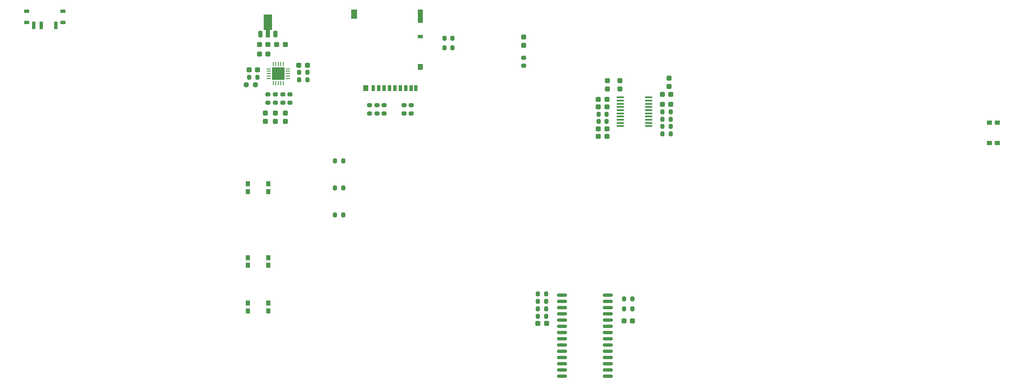
<source format=gbr>
%TF.GenerationSoftware,KiCad,Pcbnew,9.0.0*%
%TF.CreationDate,2026-01-06T01:29:00-05:00*%
%TF.ProjectId,NanoFreak,4e616e6f-4672-4656-916b-2e6b69636164,rev?*%
%TF.SameCoordinates,Original*%
%TF.FileFunction,Paste,Top*%
%TF.FilePolarity,Positive*%
%FSLAX46Y46*%
G04 Gerber Fmt 4.6, Leading zero omitted, Abs format (unit mm)*
G04 Created by KiCad (PCBNEW 9.0.0) date 2026-01-06 01:29:00*
%MOMM*%
%LPD*%
G01*
G04 APERTURE LIST*
G04 Aperture macros list*
%AMRoundRect*
0 Rectangle with rounded corners*
0 $1 Rounding radius*
0 $2 $3 $4 $5 $6 $7 $8 $9 X,Y pos of 4 corners*
0 Add a 4 corners polygon primitive as box body*
4,1,4,$2,$3,$4,$5,$6,$7,$8,$9,$2,$3,0*
0 Add four circle primitives for the rounded corners*
1,1,$1+$1,$2,$3*
1,1,$1+$1,$4,$5*
1,1,$1+$1,$6,$7*
1,1,$1+$1,$8,$9*
0 Add four rect primitives between the rounded corners*
20,1,$1+$1,$2,$3,$4,$5,0*
20,1,$1+$1,$4,$5,$6,$7,0*
20,1,$1+$1,$6,$7,$8,$9,0*
20,1,$1+$1,$8,$9,$2,$3,0*%
%AMFreePoly0*
4,1,9,3.862500,-0.866500,0.737500,-0.866500,0.737500,-0.450000,-0.737500,-0.450000,-0.737500,0.450000,0.737500,0.450000,0.737500,0.866500,3.862500,0.866500,3.862500,-0.866500,3.862500,-0.866500,$1*%
G04 Aperture macros list end*
%ADD10RoundRect,0.200000X0.200000X0.275000X-0.200000X0.275000X-0.200000X-0.275000X0.200000X-0.275000X0*%
%ADD11RoundRect,0.200000X0.275000X-0.200000X0.275000X0.200000X-0.275000X0.200000X-0.275000X-0.200000X0*%
%ADD12RoundRect,0.200000X-0.200000X-0.275000X0.200000X-0.275000X0.200000X0.275000X-0.200000X0.275000X0*%
%ADD13RoundRect,0.150000X0.875000X0.150000X-0.875000X0.150000X-0.875000X-0.150000X0.875000X-0.150000X0*%
%ADD14RoundRect,0.100000X-0.637500X-0.100000X0.637500X-0.100000X0.637500X0.100000X-0.637500X0.100000X0*%
%ADD15RoundRect,0.237500X-0.237500X0.300000X-0.237500X-0.300000X0.237500X-0.300000X0.237500X0.300000X0*%
%ADD16RoundRect,0.237500X0.300000X0.237500X-0.300000X0.237500X-0.300000X-0.237500X0.300000X-0.237500X0*%
%ADD17RoundRect,0.237500X0.237500X-0.287500X0.237500X0.287500X-0.237500X0.287500X-0.237500X-0.287500X0*%
%ADD18RoundRect,0.237500X-0.237500X0.287500X-0.237500X-0.287500X0.237500X-0.287500X0.237500X0.287500X0*%
%ADD19R,0.900000X1.000000*%
%ADD20RoundRect,0.200000X-0.275000X0.200000X-0.275000X-0.200000X0.275000X-0.200000X0.275000X0.200000X0*%
%ADD21RoundRect,0.225000X0.225000X-0.425000X0.225000X0.425000X-0.225000X0.425000X-0.225000X-0.425000X0*%
%ADD22FreePoly0,90.000000*%
%ADD23RoundRect,0.237500X-0.300000X-0.237500X0.300000X-0.237500X0.300000X0.237500X-0.300000X0.237500X0*%
%ADD24R,0.700000X1.200000*%
%ADD25R,1.000000X0.800000*%
%ADD26R,1.000000X1.200000*%
%ADD27R,1.000000X2.800000*%
%ADD28R,1.300000X1.900000*%
%ADD29R,1.000000X0.900000*%
%ADD30RoundRect,0.250000X-0.255000X-0.255000X0.255000X-0.255000X0.255000X0.255000X-0.255000X0.255000X0*%
%ADD31RoundRect,0.062500X-0.350000X-0.062500X0.350000X-0.062500X0.350000X0.062500X-0.350000X0.062500X0*%
%ADD32RoundRect,0.062500X-0.062500X-0.350000X0.062500X-0.350000X0.062500X0.350000X-0.062500X0.350000X0*%
%ADD33R,2.500000X2.500000*%
%ADD34RoundRect,0.237500X0.250000X0.237500X-0.250000X0.237500X-0.250000X-0.237500X0.250000X-0.237500X0*%
%ADD35R,0.700000X1.500000*%
G04 APERTURE END LIST*
D10*
%TO.C,R9*%
X165325000Y-44000000D03*
X163675000Y-44000000D03*
%TD*%
%TO.C,R16*%
X91500000Y-34500000D03*
X89850000Y-34500000D03*
%TD*%
D11*
%TO.C,R18*%
X88000000Y-40650000D03*
X88000000Y-39000000D03*
%TD*%
%TO.C,R23*%
X107145000Y-42825000D03*
X107145000Y-41175000D03*
%TD*%
D12*
%TO.C,R21*%
X119350000Y-29500000D03*
X121000000Y-29500000D03*
%TD*%
D13*
%TO.C,U5*%
X152530000Y-96390000D03*
X152530000Y-95120000D03*
X152530000Y-93850000D03*
X152530000Y-92580000D03*
X152530000Y-91310000D03*
X152530000Y-90040000D03*
X152530000Y-88770000D03*
X152530000Y-87500000D03*
X152530000Y-86230000D03*
X152530000Y-84960000D03*
X152530000Y-83690000D03*
X152530000Y-82420000D03*
X152530000Y-81150000D03*
X152530000Y-79880000D03*
X143230000Y-79880000D03*
X143230000Y-81150000D03*
X143230000Y-82420000D03*
X143230000Y-83690000D03*
X143230000Y-84960000D03*
X143230000Y-86230000D03*
X143230000Y-87500000D03*
X143230000Y-88770000D03*
X143230000Y-90040000D03*
X143230000Y-91310000D03*
X143230000Y-92580000D03*
X143230000Y-93850000D03*
X143230000Y-95120000D03*
X143230000Y-96390000D03*
%TD*%
D14*
%TO.C,U2*%
X155137500Y-39575000D03*
X155137500Y-40225000D03*
X155137500Y-40875000D03*
X155137500Y-41525000D03*
X155137500Y-42175000D03*
X155137500Y-42825000D03*
X155137500Y-43475000D03*
X155137500Y-44125000D03*
X155137500Y-44775000D03*
X155137500Y-45425000D03*
X160862500Y-45425000D03*
X160862500Y-44775000D03*
X160862500Y-44125000D03*
X160862500Y-43475000D03*
X160862500Y-42825000D03*
X160862500Y-42175000D03*
X160862500Y-41525000D03*
X160862500Y-40875000D03*
X160862500Y-40225000D03*
X160862500Y-39575000D03*
%TD*%
D15*
%TO.C,C9*%
X152500000Y-36137500D03*
X152500000Y-37862500D03*
%TD*%
%TO.C,C4*%
X155000000Y-36137500D03*
X155000000Y-37862500D03*
%TD*%
D11*
%TO.C,R26*%
X104145000Y-42825000D03*
X104145000Y-41175000D03*
%TD*%
D16*
%TO.C,C8*%
X152362500Y-41500000D03*
X150637500Y-41500000D03*
%TD*%
D17*
%TO.C,D4*%
X135500000Y-29000000D03*
X135500000Y-27250000D03*
%TD*%
D18*
%TO.C,D1*%
X83000000Y-42750000D03*
X83000000Y-44500000D03*
%TD*%
D12*
%TO.C,R3*%
X138380000Y-82635000D03*
X140030000Y-82635000D03*
%TD*%
D19*
%TO.C,SW17*%
X79450000Y-57200000D03*
X83550000Y-57200000D03*
X79450000Y-58800000D03*
X83550000Y-58800000D03*
%TD*%
D16*
%TO.C,C2*%
X157605000Y-85135000D03*
X155880000Y-85135000D03*
%TD*%
D11*
%TO.C,R27*%
X112645000Y-42825000D03*
X112645000Y-41175000D03*
%TD*%
D19*
%TO.C,SW4*%
X79450000Y-81500000D03*
X83550000Y-81500000D03*
X79450000Y-83100000D03*
X83550000Y-83100000D03*
%TD*%
D12*
%TO.C,R28*%
X97120000Y-58000000D03*
X98770000Y-58000000D03*
%TD*%
D20*
%TO.C,R15*%
X83500000Y-39000000D03*
X83500000Y-40650000D03*
%TD*%
%TO.C,R25*%
X111145000Y-41175000D03*
X111145000Y-42825000D03*
%TD*%
D16*
%TO.C,C13*%
X83500000Y-28775000D03*
X81775000Y-28775000D03*
%TD*%
D20*
%TO.C,R13*%
X85000000Y-39000000D03*
X85000000Y-40650000D03*
%TD*%
D21*
%TO.C,U6*%
X82000000Y-26725000D03*
D22*
X83500000Y-26637500D03*
D21*
X85000000Y-26725000D03*
%TD*%
D23*
%TO.C,C10*%
X163637500Y-39000000D03*
X165362500Y-39000000D03*
%TD*%
D24*
%TO.C,J3*%
X104900000Y-37690000D03*
X106000000Y-37690000D03*
X107100000Y-37690000D03*
X108200000Y-37690000D03*
X109300000Y-37690000D03*
X110400000Y-37690000D03*
X111500000Y-37690000D03*
X112600000Y-37690000D03*
X113550000Y-37690000D03*
D25*
X114500000Y-27190000D03*
D26*
X114500000Y-33390000D03*
D27*
X114500000Y-23040000D03*
D26*
X103350000Y-37690000D03*
D28*
X101000000Y-22590000D03*
%TD*%
D16*
%TO.C,C1*%
X140105000Y-85635000D03*
X138380000Y-85635000D03*
%TD*%
D12*
%TO.C,R20*%
X119350000Y-27500000D03*
X121000000Y-27500000D03*
%TD*%
D18*
%TO.C,D2*%
X87000000Y-42750000D03*
X87000000Y-44500000D03*
%TD*%
D29*
%TO.C,SW3*%
X230150000Y-48850000D03*
X230150000Y-44750000D03*
X231750000Y-48850000D03*
X231750000Y-44750000D03*
%TD*%
D11*
%TO.C,R19*%
X135500000Y-33150000D03*
X135500000Y-31500000D03*
%TD*%
D16*
%TO.C,C6*%
X152362500Y-46000000D03*
X150637500Y-46000000D03*
%TD*%
D12*
%TO.C,R12*%
X97120000Y-63500000D03*
X98770000Y-63500000D03*
%TD*%
D16*
%TO.C,C12*%
X81362500Y-34000000D03*
X79637500Y-34000000D03*
%TD*%
D30*
%TO.C,U3*%
X84980000Y-34132500D03*
X84980000Y-35382500D03*
X86230000Y-34132500D03*
X86230000Y-35382500D03*
D31*
X83667500Y-33757500D03*
X83667500Y-34257500D03*
X83667500Y-34757500D03*
X83667500Y-35257500D03*
X83667500Y-35757500D03*
D32*
X84605000Y-36695000D03*
X85105000Y-36695000D03*
X85605000Y-36695000D03*
X86105000Y-36695000D03*
X86605000Y-36695000D03*
D31*
X87542500Y-35757500D03*
X87542500Y-35257500D03*
X87542500Y-34757500D03*
X87542500Y-34257500D03*
X87542500Y-33757500D03*
D32*
X86605000Y-32820000D03*
X86105000Y-32820000D03*
X85605000Y-32820000D03*
X85105000Y-32820000D03*
X84605000Y-32820000D03*
D33*
X85605000Y-34757500D03*
%TD*%
D15*
%TO.C,C3*%
X165000000Y-35637500D03*
X165000000Y-37362500D03*
%TD*%
D34*
%TO.C,TH1*%
X80912500Y-37000000D03*
X79087500Y-37000000D03*
%TD*%
D10*
%TO.C,R30*%
X165325000Y-42500000D03*
X163675000Y-42500000D03*
%TD*%
D12*
%TO.C,R5*%
X155880000Y-80635000D03*
X157530000Y-80635000D03*
%TD*%
D23*
%TO.C,C15*%
X85275000Y-28775000D03*
X87000000Y-28775000D03*
%TD*%
D10*
%TO.C,R7*%
X152325000Y-43000000D03*
X150675000Y-43000000D03*
%TD*%
D25*
%TO.C,SW18*%
X41800000Y-24280000D03*
X41800000Y-22070000D03*
X34500000Y-24280000D03*
X34500000Y-22070000D03*
D35*
X40400000Y-24930000D03*
X37400000Y-24930000D03*
X35900000Y-24930000D03*
%TD*%
D10*
%TO.C,R10*%
X165325000Y-45500000D03*
X163675000Y-45500000D03*
%TD*%
D23*
%TO.C,C7*%
X150637500Y-40000000D03*
X152362500Y-40000000D03*
%TD*%
D11*
%TO.C,R24*%
X105645000Y-42825000D03*
X105645000Y-41175000D03*
%TD*%
D16*
%TO.C,C5*%
X152362500Y-47500000D03*
X150637500Y-47500000D03*
%TD*%
D10*
%TO.C,R4*%
X140030000Y-84135000D03*
X138380000Y-84135000D03*
%TD*%
D12*
%TO.C,R22*%
X79675000Y-35500000D03*
X81325000Y-35500000D03*
%TD*%
%TO.C,R2*%
X138380000Y-81135000D03*
X140030000Y-81135000D03*
%TD*%
D20*
%TO.C,R14*%
X86500000Y-39000000D03*
X86500000Y-40650000D03*
%TD*%
D10*
%TO.C,R8*%
X152325000Y-44500000D03*
X150675000Y-44500000D03*
%TD*%
D16*
%TO.C,C14*%
X83500000Y-30775000D03*
X81775000Y-30775000D03*
%TD*%
D18*
%TO.C,D3*%
X85000000Y-42750000D03*
X85000000Y-44500000D03*
%TD*%
D12*
%TO.C,R1*%
X138380000Y-79635000D03*
X140030000Y-79635000D03*
%TD*%
%TO.C,R6*%
X155880000Y-82635000D03*
X157530000Y-82635000D03*
%TD*%
D19*
%TO.C,SW2*%
X79450000Y-72200000D03*
X83550000Y-72200000D03*
X79450000Y-73800000D03*
X83550000Y-73800000D03*
%TD*%
D23*
%TO.C,C18*%
X163637500Y-41000000D03*
X165362500Y-41000000D03*
%TD*%
%TO.C,C11*%
X89775000Y-33000000D03*
X91500000Y-33000000D03*
%TD*%
D10*
%TO.C,R17*%
X91500000Y-36000000D03*
X89850000Y-36000000D03*
%TD*%
%TO.C,R11*%
X165325000Y-47000000D03*
X163675000Y-47000000D03*
%TD*%
D12*
%TO.C,R29*%
X97120000Y-52500000D03*
X98770000Y-52500000D03*
%TD*%
M02*

</source>
